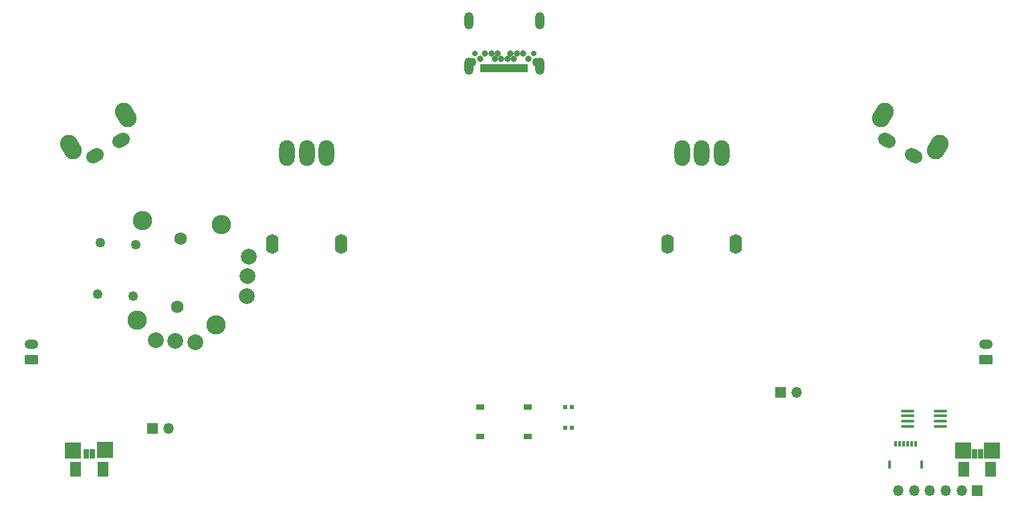
<source format=gbr>
%TF.GenerationSoftware,KiCad,Pcbnew,8.0.2*%
%TF.CreationDate,2024-10-24T08:37:16-07:00*%
%TF.ProjectId,UGC_Main_S1,5547435f-4d61-4696-9e5f-53312e6b6963,rev?*%
%TF.SameCoordinates,Original*%
%TF.FileFunction,Soldermask,Bot*%
%TF.FilePolarity,Negative*%
%FSLAX46Y46*%
G04 Gerber Fmt 4.6, Leading zero omitted, Abs format (unit mm)*
G04 Created by KiCad (PCBNEW 8.0.2) date 2024-10-24 08:37:16*
%MOMM*%
%LPD*%
G01*
G04 APERTURE LIST*
G04 Aperture macros list*
%AMRoundRect*
0 Rectangle with rounded corners*
0 $1 Rounding radius*
0 $2 $3 $4 $5 $6 $7 $8 $9 X,Y pos of 4 corners*
0 Add a 4 corners polygon primitive as box body*
4,1,4,$2,$3,$4,$5,$6,$7,$8,$9,$2,$3,0*
0 Add four circle primitives for the rounded corners*
1,1,$1+$1,$2,$3*
1,1,$1+$1,$4,$5*
1,1,$1+$1,$6,$7*
1,1,$1+$1,$8,$9*
0 Add four rect primitives between the rounded corners*
20,1,$1+$1,$2,$3,$4,$5,0*
20,1,$1+$1,$4,$5,$6,$7,0*
20,1,$1+$1,$6,$7,$8,$9,0*
20,1,$1+$1,$8,$9,$2,$3,0*%
%AMHorizOval*
0 Thick line with rounded ends*
0 $1 width*
0 $2 $3 position (X,Y) of the first rounded end (center of the circle)*
0 $4 $5 position (X,Y) of the second rounded end (center of the circle)*
0 Add line between two ends*
20,1,$1,$2,$3,$4,$5,0*
0 Add two circle primitives to create the rounded ends*
1,1,$1,$2,$3*
1,1,$1,$4,$5*%
G04 Aperture macros list end*
%ADD10R,1.350000X1.350000*%
%ADD11O,1.350000X1.350000*%
%ADD12C,2.450000*%
%ADD13C,1.600000*%
%ADD14C,1.250000*%
%ADD15C,2.000000*%
%ADD16HorizOval,2.250000X-0.250000X0.433013X0.250000X-0.433013X0*%
%ADD17HorizOval,1.700000X0.259808X0.150000X-0.259808X-0.150000X0*%
%ADD18HorizOval,2.250000X-0.250000X-0.433013X0.250000X0.433013X0*%
%ADD19HorizOval,1.700000X0.259808X-0.150000X-0.259808X0.150000X0*%
%ADD20R,1.000000X0.750000*%
%ADD21O,1.947800X3.250000*%
%ADD22R,2.000000X2.000000*%
%ADD23RoundRect,0.102000X0.250000X0.500000X-0.250000X0.500000X-0.250000X-0.500000X0.250000X-0.500000X0*%
%ADD24RoundRect,0.102000X0.600000X0.850000X-0.600000X0.850000X-0.600000X-0.850000X0.600000X-0.850000X0*%
%ADD25R,0.500000X0.550000*%
%ADD26RoundRect,0.250000X0.625000X-0.350000X0.625000X0.350000X-0.625000X0.350000X-0.625000X-0.350000X0*%
%ADD27O,1.750000X1.200000*%
%ADD28R,0.300000X0.700000*%
%ADD29R,0.300000X1.000000*%
%ADD30O,1.600000X2.500000*%
%ADD31C,0.700000*%
%ADD32RoundRect,0.102000X-0.175000X0.445000X-0.175000X-0.445000X0.175000X-0.445000X0.175000X0.445000X0*%
%ADD33C,0.804000*%
%ADD34O,1.204000X2.204000*%
%ADD35C,1.104000*%
%ADD36RoundRect,0.100000X0.712500X0.100000X-0.712500X0.100000X-0.712500X-0.100000X0.712500X-0.100000X0*%
G04 APERTURE END LIST*
D10*
%TO.C,J8*%
X253457200Y-131775200D03*
D11*
X255457200Y-131775200D03*
%TD*%
D12*
%TO.C,SW6*%
X172671539Y-110006388D03*
X172009489Y-122639052D03*
D13*
X177558707Y-112290293D03*
X177108617Y-120878507D03*
D12*
X182657835Y-110529748D03*
X181995785Y-123162412D03*
D14*
X171861497Y-113043156D03*
X171521313Y-119534248D03*
X167367664Y-112807644D03*
X167027480Y-119298736D03*
D15*
X174381765Y-125141637D03*
X176878339Y-125272477D03*
X179374913Y-125403317D03*
X185890899Y-119536297D03*
X186021739Y-117039723D03*
X186152579Y-114543149D03*
%TD*%
D16*
%TO.C,SW7*%
X163618112Y-100644336D03*
X170546316Y-96644336D03*
D17*
X166643465Y-101784400D03*
X170020963Y-99834400D03*
%TD*%
D18*
%TO.C,SW8*%
X266420998Y-96644336D03*
X273349202Y-100644336D03*
D19*
X266946351Y-99834400D03*
X270323849Y-101784400D03*
%TD*%
D10*
%TO.C,J4*%
X278380200Y-144195800D03*
D11*
X276380200Y-144195800D03*
X274380200Y-144195800D03*
X272380200Y-144195800D03*
X270380200Y-144195800D03*
X268380200Y-144195800D03*
%TD*%
D10*
%TO.C,J9*%
X173955200Y-136347200D03*
D11*
X175955200Y-136347200D03*
%TD*%
D20*
%TO.C,SW14*%
X221483657Y-133609400D03*
X215483657Y-133609400D03*
X221483657Y-137359400D03*
X215483657Y-137359400D03*
%TD*%
D21*
%TO.C,S6*%
X245983657Y-101434400D03*
%TD*%
D22*
%TO.C,TP7*%
X163931600Y-139090400D03*
%TD*%
D21*
%TO.C,S4*%
X243483657Y-101434400D03*
%TD*%
%TO.C,S3*%
X195983657Y-101434400D03*
%TD*%
D23*
%TO.C,J10*%
X166363600Y-139564800D03*
X165563600Y-139564800D03*
D24*
X167663600Y-141514800D03*
X164263600Y-141514800D03*
%TD*%
D22*
%TO.C,TP1*%
X276555200Y-139090400D03*
%TD*%
D25*
%TO.C,SW15*%
X227025200Y-136245600D03*
X226225200Y-136245600D03*
X227025200Y-133595600D03*
X226225200Y-133595600D03*
%TD*%
D22*
%TO.C,TP6*%
X167995600Y-139065000D03*
%TD*%
D26*
%TO.C,J7*%
X279501600Y-127635000D03*
D27*
X279501600Y-125635000D03*
%TD*%
D21*
%TO.C,S5*%
X240983657Y-101434400D03*
%TD*%
D28*
%TO.C,J13*%
X270540800Y-138276200D03*
X270040800Y-138276200D03*
X269540800Y-138276200D03*
X269040800Y-138276200D03*
X268540800Y-138276200D03*
X268040800Y-138276200D03*
D29*
X271330800Y-140926200D03*
X267250800Y-140926200D03*
%TD*%
D30*
%TO.C,RV2*%
X247833657Y-112934400D03*
X239133657Y-112934400D03*
%TD*%
D22*
%TO.C,TP2*%
X280199742Y-139096669D03*
%TD*%
D23*
%TO.C,J1*%
X278784000Y-139564800D03*
X277984000Y-139564800D03*
D24*
X280084000Y-141514800D03*
X276684000Y-141514800D03*
%TD*%
D26*
%TO.C,J6*%
X158623000Y-127635000D03*
D27*
X158623000Y-125635000D03*
%TD*%
D31*
%TO.C,J5*%
X214758635Y-88804400D03*
X222208635Y-88804400D03*
D32*
X215733635Y-90709400D03*
X216233635Y-90709400D03*
X216733635Y-90709400D03*
X217233635Y-90709400D03*
X217733635Y-90709400D03*
X218233635Y-90709400D03*
X218733635Y-90709400D03*
X219233635Y-90709400D03*
X219733635Y-90709400D03*
X220233635Y-90709400D03*
X220733635Y-90709400D03*
X221233635Y-90709400D03*
D33*
X221533635Y-89504400D03*
X220883635Y-88804400D03*
X220083635Y-88804400D03*
X219683635Y-89504400D03*
X219283635Y-88804400D03*
X218883635Y-89504400D03*
X218083635Y-89504400D03*
X217683635Y-88804400D03*
X217283635Y-89504400D03*
X216883635Y-88804400D03*
X216083635Y-88804400D03*
X215433635Y-89504400D03*
D34*
X213983635Y-84704400D03*
D35*
X214433635Y-89904400D03*
D34*
X213983635Y-90454400D03*
X222983635Y-84704400D03*
D35*
X222533635Y-89904400D03*
D34*
X222983635Y-90454400D03*
%TD*%
D36*
%TO.C,U7*%
X273740100Y-134102200D03*
X273740100Y-134752200D03*
X273740100Y-135402200D03*
X273740100Y-136052200D03*
X269515100Y-136052200D03*
X269515100Y-135402200D03*
X269515100Y-134752200D03*
X269515100Y-134102200D03*
%TD*%
D30*
%TO.C,RV1*%
X197833657Y-112934400D03*
X189133657Y-112934400D03*
%TD*%
D21*
%TO.C,S1*%
X193483657Y-101434400D03*
%TD*%
%TO.C,S2*%
X190983657Y-101434400D03*
%TD*%
M02*

</source>
